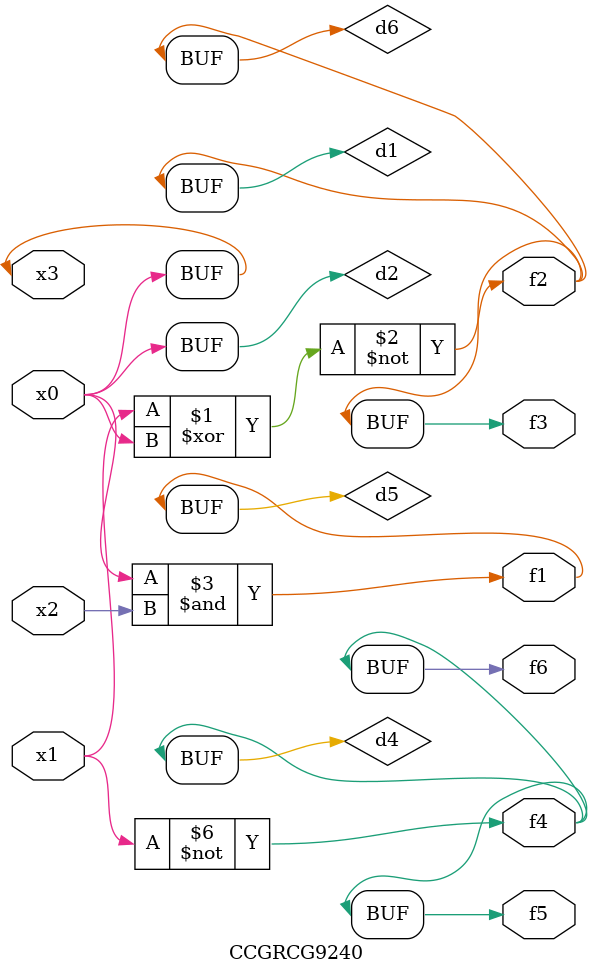
<source format=v>
module CCGRCG9240(
	input x0, x1, x2, x3,
	output f1, f2, f3, f4, f5, f6
);

	wire d1, d2, d3, d4, d5, d6;

	xnor (d1, x1, x3);
	buf (d2, x0, x3);
	nand (d3, x0, x2);
	not (d4, x1);
	nand (d5, d3);
	or (d6, d1);
	assign f1 = d5;
	assign f2 = d6;
	assign f3 = d6;
	assign f4 = d4;
	assign f5 = d4;
	assign f6 = d4;
endmodule

</source>
